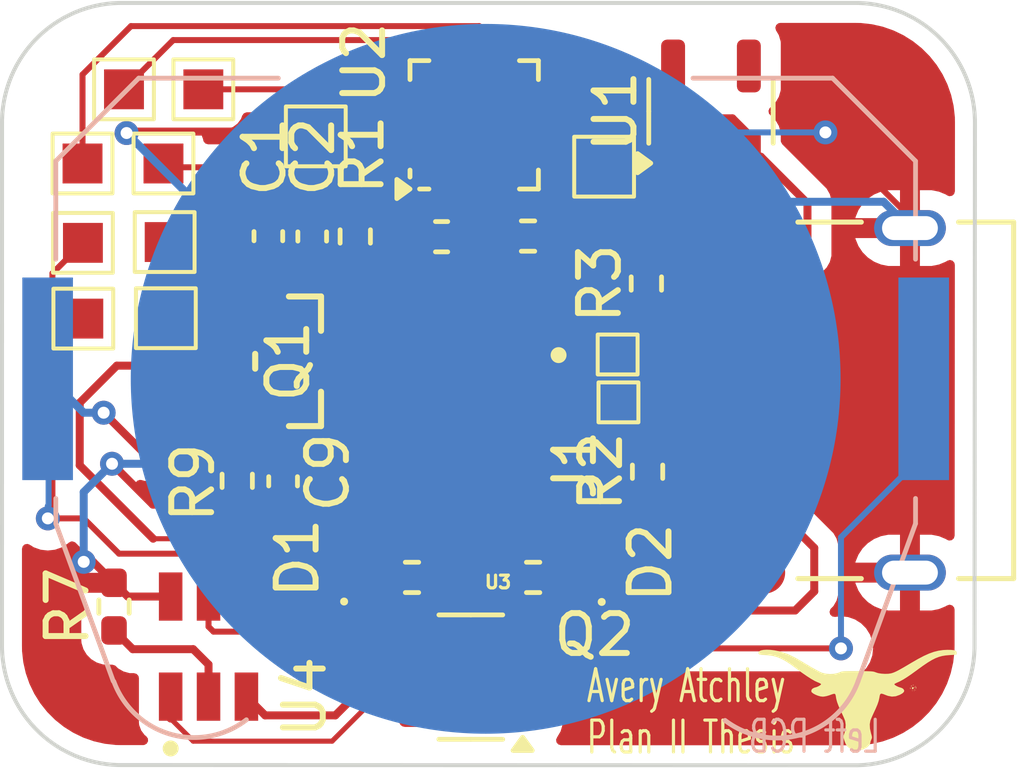
<source format=kicad_pcb>
(kicad_pcb (version 20240108) (generator "pcbnew") (generator_version "8.0")
  (layers (0 "F.Cu" signal) (31 "B.Cu" signal) (34 "B.Paste" user) (35 "F.Paste" user) (36 "B.SilkS" user "B.Silkscreen") (37 "F.SilkS" user "F.Silkscreen") (38 "B.Mask" user) (39 "F.Mask" user) (44 "Edge.Cuts" user))
  (net 0 "")
  (net 1 "B-")
  (net 2 "Net-(U2-GAIN_SLOT)")
  (net 3 "B+")
  (net 4 "VBUS")
  (net 5 "VDD_ESP")
  (net 6 "Net-(J1-CC1_B)")
  (net 7 "D-")
  (net 8 "D+")
  (net 11 "Net-(J1-CC1_A)")
  (net 12 "CLK1")
  (net 13 "SEL1")
  (net 14 "MIC_DATA1")
  (net 15 "Net-(Q1-D)")
  (net 16 "/G1")
  (net 17 "/G2")
  (net 18 "Net-(D2-K)")
  (net 19 "Net-(U3-~{CHRG})")
  (net 20 "Net-(U3-~{STDBY})")
  (net 21 "Net-(D1-K)")
  (net 22 "Net-(U3-PROG)")
  (net 23 "Net-(U4-CS)")
  (net 24 "SPK_P1")
  (net 25 "SPK_N1")
  (net 27 "SPK_DATA1")
  (footprint "MountingHole:Mounting_Pad_Square" (layer "F.Cu") (at 104.9 30.12)
    (property "Reference" "TP30" (hide yes))
    (property "Value" "TestPoint" (hide yes))
    (pad "1" smd rect (at 0 0) (size 1 1) (layers "F.Cu" "F.Mask") (net 5 "VDD_ESP"))
  )
  (footprint "Capacitor_SMD:C_0402_1005Metric_Pad0.74x0.62mm_HandSolder" (layer "F.Cu") (at 96.85 38.01 -90)
    (property "Reference" "C9" (at -0.2225 -1.12 90) (layer "F.SilkS"))
    (property "Value" "100nF" (hide yes))
    (pad "1" smd roundrect (at -0.5675 0 270) (size 0.735 0.62) (layers "F.Cu" "F.Paste" "F.Mask") (net 3 "B+"))
    (pad "2" smd roundrect (at 0.5675 0 270) (size 0.735 0.62) (layers "F.Cu" "F.Paste" "F.Mask") (net 1 "B-"))
  )
  (footprint "MountingHole:Mounting_Pad_Square" (layer "F.Cu") (at 93.85 30.04)
    (property "Reference" "TP11" (hide yes))
    (property "Value" "TestPoint" (hide yes))
    (pad "1" smd rect (at 0 0) (size 1 1) (layers "F.Cu" "F.Mask") (net 12 "CLK1"))
  )
  (footprint "Resistor_SMD:R_0402_1005Metric_Pad0.72x0.64mm_HandSolder" (layer "F.Cu") (at 95.7 37.9975 -90)
    (property "Reference" "R9" (at 0.0475 1.11 90) (layer "F.SilkS"))
    (property "Value" "100" (hide yes))
    (pad "1" smd roundrect (at -0.5975 0 270) (size 0.715 0.64) (layers "F.Cu" "F.Paste" "F.Mask") (net 3 "B+"))
    (pad "2" smd roundrect (at 0.5975 0 270) (size 0.715 0.64) (layers "F.Cu" "F.Paste" "F.Mask") (net 1 "B-"))
  )
  (footprint "MountingHole:Mounting_Pad_Square" (layer "F.Cu") (at 94.85 28.18)
    (property "Reference" "TP10" (hide yes))
    (property "Value" "TestPoint" (hide yes))
    (pad "1" smd rect (at 0 0) (size 1 1) (layers "F.Cu" "F.Mask") (net 13 "SEL1"))
  )
  (footprint "MountingHole:Mounting_Pad_Square" (layer "F.Cu") (at 91.82 30.04)
    (property "Reference" "TP1" (hide yes))
    (property "Value" "TestPoint" (hide yes))
    (pad "1" smd rect (at 0 0) (size 1 1) (layers "F.Cu" "F.Mask") (net 24 "SPK_P1"))
  )
  (footprint "Resistor_SMD:R_0402_1005Metric_Pad0.72x0.64mm_HandSolder" (layer "F.Cu") (at 102.9925 31.86 180)
    (property "Reference" "R6" (hide yes))
    (property "Value" "2k" (hide yes))
    (pad "1" smd roundrect (at -0.5975 0 180) (size 0.715 0.64) (layers "F.Cu" "F.Paste" "F.Mask") (net 1 "B-"))
    (pad "2" smd roundrect (at 0.5975 0 180) (size 0.715 0.64) (layers "F.Cu" "F.Paste" "F.Mask") (net 22 "Net-(U3-PROG)"))
  )
  (footprint "MountingHole:Mounting_Pad_Square" (layer "F.Cu") (at 97.67 29.36)
    (property "Reference" "TP25" (hide yes))
    (property "Value" "TestPoint" (hide yes))
    (pad "1" smd rect (at 0 0) (size 1 1) (layers "F.Cu" "F.Mask") (net 1 "B-"))
  )
  (footprint "MountingHole:Mounting_Pad_Square" (layer "F.Cu") (at 92.86 28.18)
    (property "Reference" "TP2" (hide yes))
    (property "Value" "TestPoint" (hide yes))
    (pad "1" smd rect (at 0 0) (size 1 1) (layers "F.Cu" "F.Mask") (net 25 "SPK_N1"))
  )
  (footprint "Package_TO_SOT_SMD:SOT-23-6" (layer "F.Cu") (at 101.5575 42.92 180)
    (property "Reference" "Q2" (at -3.1025 1.06 0) (layer "F.SilkS"))
    (property "Value" "FS8205A" (hide yes))
    (pad "1" smd roundrect (at -1.1375 -0.95 180) (size 1.325 0.6) (layers "F.Cu" "F.Paste" "F.Mask"))
    (pad "2" smd roundrect (at -1.1375 0 180) (size 1.325 0.6) (layers "F.Cu" "F.Paste" "F.Mask") (net 1 "B-"))
    (pad "3" smd roundrect (at -1.1375 0.95 180) (size 1.325 0.6) (layers "F.Cu" "F.Paste" "F.Mask") (net 1 "B-"))
    (pad "4" smd roundrect (at 1.1375 0.95 180) (size 1.325 0.6) (layers "F.Cu" "F.Paste" "F.Mask") (net 17 "/G2"))
    (pad "5" smd roundrect (at 1.1375 0 180) (size 1.325 0.6) (layers "F.Cu" "F.Paste" "F.Mask") (net 16 "/G1"))
    (pad "6" smd roundrect (at 1.1375 -0.95 180) (size 1.325 0.6) (layers "F.Cu" "F.Paste" "F.Mask") (net 1 "B-"))
  )
  (footprint "DW01A:SOT95P280X145-6N" (layer "F.Cu") (at 94.98 42.155 90)
    (property "Reference" "U4" (at -1.265 2.41 90) (layer "F.SilkS"))
    (property "Value" "DW01A" (hide yes))
    (pad "1" smd rect (at -1.255 -0.95 90) (size 1.21 0.59) (layers "F.Cu" "F.Paste" "F.Mask") (net 16 "/G1"))
    (pad "2" smd rect (at -1.255 0 90) (size 1.21 0.59) (layers "F.Cu" "F.Paste" "F.Mask") (net 23 "Net-(U4-CS)"))
    (pad "3" smd rect (at -1.255 0.95 90) (size 1.21 0.59) (layers "F.Cu" "F.Paste" "F.Mask") (net 17 "/G2"))
    (pad "4" smd rect (at 1.255 0.95 90) (size 1.21 0.59) (layers "F.Cu" "F.Paste" "F.Mask"))
    (pad "5" smd rect (at 1.255 0 90) (size 1.21 0.59) (layers "F.Cu" "F.Paste" "F.Mask") (net 3 "B+"))
    (pad "6" smd rect (at 1.255 -0.95 90) (size 1.21 0.59) (layers "F.Cu" "F.Paste" "F.Mask") (net 1 "B-"))
  )
  (footprint "LOGO" (layer "F.Cu") (at 111.26 43.49)
    (property "Reference" "G***" (hide yes))
    (property "Value" "LOGO" (hide yes))
  )
  (footprint "MountingHole:Mounting_Pad_Square" (layer "F.Cu") (at 93.88 32.01)
    (property "Reference" "TP12" (hide yes))
    (property "Value" "TestPoint" (hide yes))
    (pad "1" smd rect (at 0 0) (size 1 1) (layers "F.Cu" "F.Mask") (net 27 "SPK_DATA1"))
  )
  (footprint "MountingHole:Mounting_Pad_Square" (layer "F.Cu") (at 105.24 34.83 90)
    (property "Reference" "TP29" (hide yes))
    (property "Value" "TestPoint" (hide yes))
    (pad "1" smd rect (at 0 0 90) (size 0.75 0.75) (layers "F.Cu" "F.Mask") (net 8 "D+"))
  )
  (footprint "TP4056 (1):SO08-PAD-300" (layer "F.Cu") (at 101.655 36.1362 180)
    (property "Reference" "U3" (at -0.584 -4.4032 0) (layer "F.SilkS") (effects (font (size 0.32 0.32))))
    (property "Value" "TP4056")
    (pad "1" smd rect (at -1.905 2.6162 180) (size 0.6 1.8) (layers "F.Cu" "F.Paste" "F.Mask") (net 1 "B-"))
    (pad "2" smd rect (at -0.635 2.6162 180) (size 0.6 1.8) (layers "F.Cu" "F.Paste" "F.Mask") (net 22 "Net-(U3-PROG)"))
    (pad "3" smd rect (at 0.635 2.6162 180) (size 0.6 1.8) (layers "F.Cu" "F.Paste" "F.Mask") (net 1 "B-"))
    (pad "4" smd rect (at 1.905 2.6162 180) (size 0.6 1.8) (layers "F.Cu" "F.Paste" "F.Mask") (net 4 "VBUS"))
    (pad "5" smd rect (at 1.905 -2.6162 180) (size 0.6 1.8) (layers "F.Cu" "F.Paste" "F.Mask") (net 3 "B+"))
    (pad "6" smd rect (at 0.635 -2.6162 180) (size 0.6 1.8) (layers "F.Cu" "F.Paste" "F.Mask") (net 20 "Net-(U3-~{STDBY})"))
    (pad "7" smd rect (at -0.635 -2.6162 180) (size 0.6 1.8) (layers "F.Cu" "F.Paste" "F.Mask") (net 19 "Net-(U3-~{CHRG})"))
    (pad "8" smd rect (at -1.905 -2.6162 180) (size 0.6 1.8) (layers "F.Cu" "F.Paste" "F.Mask") (net 4 "VBUS"))
    (pad "PAD" smd rect (at 0 0 180) (size 3.4 2.5) (layers "F.Cu" "F.Mask") (net 1 "B-"))
  )
  (footprint "Resistor_SMD:R_0402_1005Metric_Pad0.72x0.64mm_HandSolder" (layer "F.Cu") (at 100.0825 40.42)
    (property "Reference" "R5" (hide yes))
    (property "Value" "1k" (hide yes))
    (pad "1" smd roundrect (at -0.5975 0) (size 0.715 0.64) (layers "F.Cu" "F.Paste" "F.Mask") (net 21 "Net-(D1-K)"))
    (pad "2" smd roundrect (at 0.5975 0) (size 0.715 0.64) (layers "F.Cu" "F.Paste" "F.Mask") (net 20 "Net-(U3-~{STDBY})"))
  )
  (footprint "Package_DFN_QFN:TQFN-16-1EP_3x3mm_P0.5mm_EP1.23x1.23mm" (layer "F.Cu") (at 101.6425 29.07 90)
    (property "Reference" "U2" (at 1.5587 -2.765 90) (layer "F.SilkS"))
    (property "Value" "MAX98357A" (hide yes))
    (pad "1" smd roundrect (at -1.4375 -0.75 90) (size 0.825 0.25) (layers "F.Cu" "F.Paste" "F.Mask") (net 27 "SPK_DATA1"))
    (pad "2" smd roundrect (at -1.4375 -0.25 90) (size 0.825 0.25) (layers "F.Cu" "F.Paste" "F.Mask") (net 2 "Net-(U2-GAIN_SLOT)"))
    (pad "3" smd roundrect (at -1.4375 0.25 90) (size 0.825 0.25) (layers "F.Cu" "F.Paste" "F.Mask") (net 1 "B-"))
    (pad "4" smd roundrect (at -1.4375 0.75 90) (size 0.825 0.25) (layers "F.Cu" "F.Paste" "F.Mask") (net 5 "VDD_ESP"))
    (pad "5" smd roundrect (at -0.75 1.4375 90) (size 0.25 0.825) (layers "F.Cu" "F.Paste" "F.Mask"))
    (pad "6" smd roundrect (at -0.25 1.4375 90) (size 0.25 0.825) (layers "F.Cu" "F.Paste" "F.Mask"))
    (pad "7" smd roundrect (at 0.25 1.4375 90) (size 0.25 0.825) (layers "F.Cu" "F.Paste" "F.Mask") (net 5 "VDD_ESP"))
    (pad "8" smd roundrect (at 0.75 1.4375 90) (size 0.25 0.825) (layers "F.Cu" "F.Paste" "F.Mask") (net 5 "VDD_ESP"))
    (pad "9" smd roundrect (at 1.4375 0.75 90) (size 0.825 0.25) (layers "F.Cu" "F.Paste" "F.Mask") (net 24 "SPK_P1"))
    (pad "10" smd roundrect (at 1.4375 0.25 90) (size 0.825 0.25) (layers "F.Cu" "F.Paste" "F.Mask") (net 25 "SPK_N1"))
    (pad "11" smd roundrect (at 1.4375 -0.25 90) (size 0.825 0.25) (layers "F.Cu" "F.Paste" "F.Mask") (net 1 "B-"))
    (pad "12" smd roundrect (at 1.4375 -0.75 90) (size 0.825 0.25) (layers "F.Cu" "F.Paste" "F.Mask"))
    (pad "13" smd roundrect (at 0.75 -1.4375 90) (size 0.25 0.825) (layers "F.Cu" "F.Paste" "F.Mask"))
    (pad "14" smd roundrect (at 0.25 -1.4375 90) (size 0.25 0.825) (layers "F.Cu" "F.Paste" "F.Mask") (net 13 "SEL1"))
    (pad "15" smd roundrect (at -0.25 -1.4375 90) (size 0.25 0.825) (layers "F.Cu" "F.Paste" "F.Mask") (net 1 "B-"))
    (pad "16" smd roundrect (at -0.75 -1.4375 90) (size 0.25 0.825) (layers "F.Cu" "F.Paste" "F.Mask") (net 12 "CLK1"))
    (pad "17" smd rect (at 0 0 90) (size 1.23 1.23) (property pad_prop_heatsink) (layers "F.Cu" "F.Mask") (net 1 "B-"))
  )
  (footprint "Package_TO_SOT_SMD:SOT-23-5" (layer "F.Cu") (at 107.58 28.7325 90)
    (property "Reference" "U1" (at 0 -2.4 90) (layer "F.SilkS"))
    (property "Value" "AP2112K-3.3" (hide yes))
    (pad "1" smd roundrect (at -1.1375 -0.95 90) (size 1.325 0.6) (layers "F.Cu" "F.Paste" "F.Mask") (net 4 "VBUS"))
    (pad "2" smd roundrect (at -1.1375 0 90) (size 1.325 0.6) (layers "F.Cu" "F.Paste" "F.Mask") (net 1 "B-"))
    (pad "3" smd roundrect (at -1.1375 0.95 90) (size 1.325 0.6) (layers "F.Cu" "F.Paste" "F.Mask") (net 4 "VBUS"))
    (pad "4" smd roundrect (at 1.1375 0.95 90) (size 1.325 0.6) (layers "F.Cu" "F.Paste" "F.Mask"))
    (pad "5" smd roundrect (at 1.1375 -0.95 90) (size 1.325 0.6) (layers "F.Cu" "F.Paste" "F.Mask") (net 5 "VDD_ESP"))
  )
  (footprint "Resistor_SMD:R_0402_1005Metric_Pad0.72x0.64mm_HandSolder" (layer "F.Cu") (at 105.96 33.05 90)
    (property "Reference" "R3" (at 0 -1.17 90) (layer "F.SilkS"))
    (property "Value" "5.1k" (hide yes))
    (pad "1" smd roundrect (at -0.5975 0 90) (size 0.715 0.64) (layers "F.Cu" "F.Paste" "F.Mask") (net 6 "Net-(J1-CC1_B)"))
    (pad "2" smd roundrect (at 0.5975 0 90) (size 0.715 0.64) (layers "F.Cu" "F.Paste" "F.Mask") (net 1 "B-"))
  )
  (footprint "Resistor_SMD:R_0402_1005Metric_Pad0.72x0.64mm_HandSolder" (layer "F.Cu") (at 98.66 31.87 90)
    (property "Reference" "R1" (at 2.05 0.18 90) (layer "F.SilkS"))
    (property "Value" "100k" (hide yes))
    (pad "1" smd roundrect (at -0.5975 0 90) (size 0.715 0.64) (layers "F.Cu" "F.Paste" "F.Mask") (net 4 "VBUS"))
    (pad "2" smd roundrect (at 0.5975 0 90) (size 0.715 0.64) (layers "F.Cu" "F.Paste" "F.Mask") (net 1 "B-"))
  )
  (footprint "Resistor_SMD:R_0402_1005Metric_Pad0.72x0.64mm_HandSolder" (layer "F.Cu") (at 103.12 40.42 180)
    (property "Reference" "R4" (hide yes))
    (property "Value" "1k" (hide yes))
    (pad "1" smd roundrect (at -0.5975 0 180) (size 0.715 0.64) (layers "F.Cu" "F.Paste" "F.Mask") (net 18 "Net-(D2-K)"))
    (pad "2" smd roundrect (at 0.5975 0 180) (size 0.715 0.64) (layers "F.Cu" "F.Paste" "F.Mask") (net 19 "Net-(U3-~{CHRG})"))
  )
  (footprint "12402012E212A:AMPHENOL_12402012E212A" (layer "F.Cu") (at 112.57 35.98 90)
    (property "Reference" "J1" (at -1.62 -8.405 90) (layer "F.SilkS"))
    (property "Value" "12402012E212A" (hide yes))
    (pad "A1_B12" smd rect (at -3.2 -4.75 90) (size 0.6 1.14) (layers "F.Cu" "F.Paste" "F.Mask") (net 1 "B-"))
    (pad "A4_B9" smd rect (at -2.4 -4.75 90) (size 0.6 1.14) (layers "F.Cu" "F.Paste" "F.Mask") (net 4 "VBUS"))
    (pad "A5" smd rect (at -1.25 -4.75 90) (size 0.3 1.14) (layers "F.Cu" "F.Paste" "F.Mask") (net 11 "Net-(J1-CC1_A)"))
    (pad "A6" smd rect (at -0.25 -4.75 90) (size 0.3 1.14) (layers "F.Cu" "F.Paste" "F.Mask") (net 8 "D+"))
    (pad "A7" smd rect (at 0.25 -4.75 90) (size 0.3 1.14) (layers "F.Cu" "F.Paste" "F.Mask") (net 7 "D-"))
    (pad "A8" smd rect (at 1.25 -4.75 90) (size 0.3 1.14) (layers "F.Cu" "F.Paste" "F.Mask"))
    (pad "B1_A12" smd rect (at 3.2 -4.75 90) (size 0.6 1.14) (layers "F.Cu" "F.Paste" "F.Mask") (net 1 "B-"))
    (pad "B4_A9" smd rect (at 2.4 -4.75 90) (size 0.6 1.14) (layers "F.Cu" "F.Paste" "F.Mask") (net 4 "VBUS"))
    (pad "B5" smd rect (at 1.75 -4.75 90) (size 0.3 1.14) (layers "F.Cu" "F.Paste" "F.Mask") (net 6 "Net-(J1-CC1_B)"))
    (pad "B6" smd rect (at 0.75 -4.75 90) (size 0.3 1.14) (layers "F.Cu" "F.Paste" "F.Mask") (net 8 "D+"))
    (pad "B7" smd rect (at -0.75 -4.75 90) (size 0.3 1.14) (layers "F.Cu" "F.Paste" "F.Mask") (net 7 "D-"))
    (pad "B8" smd rect (at -1.75 -4.75 90) (size 0.3 1.14) (layers "F.Cu" "F.Paste" "F.Mask"))
    (pad "SH1" smd oval (at -4.32 -4.18 90) (size 1.05 2.1) (layers "F.Cu" "F.Paste" "F.Mask") (net 1 "B-"))
    (pad "SH2" smd oval (at 4.32 -4.18 90) (size 1.05 2.1) (layers "F.Cu" "F.Paste" "F.Mask") (net 1 "B-"))
    (pad "SH3" thru_hole oval (at -4.32 0 90) (size 0.9 1.8) (drill oval 0.6 1.4) (layers "*.Cu" "*.Mask") (net 1 "B-"))
    (pad "SH4" thru_hole oval (at 4.32 0 90) (size 0.9 1.8) (drill oval 0.6 1.4) (layers "*.Cu" "*.Mask") (net 1 "B-"))
  )
  (footprint "MountingHole:Mounting_Pad_Square" (layer "F.Cu") (at 91.84 33.93)
    (property "Reference" "TP14" (hide yes))
    (property "Value" "TestPoint" (hide yes))
    (pad "1" smd rect (at 0 0) (size 1 1) (layers "F.Cu" "F.Mask") (net 14 "MIC_DATA1"))
  )
  (footprint "MountingHole:Mounting_Pad_Square" (layer "F.Cu") (at 91.83 32.03)
    (property "Reference" "TP27" (hide yes))
    (property "Value" "TestPoint" (hide yes))
    (pad "1" smd rect (at 0 0) (size 1 1) (layers "F.Cu" "F.Mask") (net 3 "B+"))
  )
  (footprint "Capacitor_SMD:C_0402_1005Metric_Pad0.74x0.62mm_HandSolder" (layer "F.Cu") (at 96.48 31.8625 90)
    (property "Reference" "C1" (at 1.9925 -0.1 90) (layer "F.SilkS"))
    (property "Value" "4.7uF" (hide yes))
    (pad "1" smd roundrect (at -0.5675 0 90) (size 0.735 0.62) (layers "F.Cu" "F.Paste" "F.Mask") (net 4 "VBUS"))
    (pad "2" smd roundrect (at 0.5675 0 90) (size 0.735 0.62) (layers "F.Cu" "F.Paste" "F.Mask") (net 1 "B-"))
  )
  (footprint "MountingHole:Mounting_Pad_Square" (layer "F.Cu") (at 105.26 36.03 90)
    (property "Reference" "TP28" (hide yes))
    (property "Value" "TestPoint" (hide yes))
    (pad "1" smd rect (at 0 0 90) (size 0.75 0.75) (layers "F.Cu" "F.Mask") (net 7 "D-"))
  )
  (footprint "Capacitor_SMD:C_0402_1005Metric_Pad0.74x0.62mm_HandSolder" (layer "F.Cu") (at 97.58 31.87 90)
    (property "Reference" "C2" (at 2 0.02 90) (layer "F.SilkS"))
    (property "Value" "10uF" (hide yes))
    (pad "1" smd roundrect (at -0.5675 0 90) (size 0.735 0.62) (layers "F.Cu" "F.Paste" "F.Mask") (net 4 "VBUS"))
    (pad "2" smd roundrect (at 0.5675 0 90) (size 0.735 0.62) (layers "F.Cu" "F.Paste" "F.Mask") (net 1 "B-"))
  )
  (footprint "LED_SMD:LED_0402_1005Metric" (layer "F.Cu") (at 98.38 39.935 90)
    (property "Reference" "D1" (at 0 -1.17 90) (layer "F.SilkS"))
    (property "Value" "GREEN_LED" (hide yes))
    (pad "1" smd roundrect (at -0.485 0 90) (size 0.59 0.64) (layers "F.Cu" "F.Paste" "F.Mask") (net 21 "Net-(D1-K)"))
    (pad "2" smd roundrect (at 0.485 0 90) (size 0.59 0.64) (layers "F.Cu" "F.Paste" "F.Mask") (net 4 "VBUS"))
  )
  (footprint "Resistor_SMD:R_0402_1005Metric_Pad0.72x0.64mm_HandSolder" (layer "F.Cu") (at 105.99 37.77 90)
    (property "Reference" "R2" (at 0 -1.17 90) (layer "F.SilkS"))
    (property "Value" "5.1k" (hide yes))
    (pad "1" smd roundrect (at -0.5975 0 90) (size 0.715 0.64) (layers "F.Cu" "F.Paste" "F.Mask") (net 1 "B-"))
    (pad "2" smd roundrect (at 0.5975 0 90) (size 0.715 0.64) (layers "F.Cu" "F.Paste" "F.Mask") (net 11 "Net-(J1-CC1_A)"))
  )
  (footprint "Resistor_SMD:R_0402_1005Metric" (layer "F.Cu") (at 100.825 31.8762 180)
    (property "Reference" "R10" (hide yes))
    (property "Value" "100k" (hide yes))
    (pad "1" smd roundrect (at -0.51 0 180) (size 0.54 0.64) (layers "F.Cu" "F.Paste" "F.Mask") (net 2 "Net-(U2-GAIN_SLOT)"))
    (pad "2" smd roundrect (at 0.51 0 180) (size 0.54 0.64) (layers "F.Cu" "F.Paste" "F.Mask") (net 1 "B-"))
  )
  (footprint "LED_SMD:LED_0402_1005Metric" (layer "F.Cu") (at 104.84 39.945 90)
    (property "Reference" "D2" (at -0.105 1.22 90) (layer "F.SilkS"))
    (property "Value" "RED_LED" (hide yes))
    (pad "1" smd roundrect (at -0.485 0 90) (size 0.59 0.64) (layers "F.Cu" "F.Paste" "F.Mask") (net 18 "Net-(D2-K)"))
    (pad "2" smd roundrect (at 0.485 0 90) (size 0.59 0.64) (layers "F.Cu" "F.Paste" "F.Mask") (net 4 "VBUS"))
  )
  (footprint "footprints:DMP3099L-7" (layer "F.Cu") (at 96.9755 35 -90)
    (property "Reference" "Q1" (at 0 0 90) (layer "F.SilkS"))
    (property "Value" "PMOS" (hide yes))
    (pad "1" smd rect (at -0.950001 1.0055 270) (size 0.8636 1.6002) (layers "F.Cu" "F.Paste" "F.Mask") (net 15 "Net-(Q1-D)"))
    (pad "2" smd rect (at 0.950001 1.0055 270) (size 0.8636 1.6002) (layers "F.Cu" "F.Paste" "F.Mask") (net 4 "VBUS"))
    (pad "3" smd rect (at 0 -1.0055 270) (size 0.8636 1.6002) (layers "F.Cu" "F.Paste" "F.Mask") (net 4 "VBUS"))
  )
  (footprint "MountingHole:Mounting_Pad_Square" (layer "F.Cu") (at 93.91 33.92)
    (property "Reference" "TP31" (hide yes))
    (property "Value" "TestPoint" (hide yes))
    (pad "1" smd rect (at 0 0) (size 1 1) (layers "F.Cu" "F.Mask") (net 15 "Net-(Q1-D)"))
  )
  (footprint "Resistor_SMD:R_0402_1005Metric_Pad0.72x0.64mm_HandSolder" (layer "F.Cu") (at 92.61 41.1525 90)
    (property "Reference" "R7" (at 0 -1.17 90) (layer "F.SilkS"))
    (property "Value" "1k" (hide yes))
    (pad "1" smd roundrect (at -0.5975 0 90) (size 0.715 0.64) (layers "F.Cu" "F.Paste" "F.Mask") (net 23 "Net-(U4-CS)"))
    (pad "2" smd roundrect (at 0.5975 0 90) (size 0.715 0.64) (layers "F.Cu" "F.Paste" "F.Mask") (net 1 "B-"))
  )
  (footprint "Battery:BatteryHolder_Keystone_3034_1x20mm_CustomCourtyard" (layer "B.Cu") (at 101.93 35.44 180)
    (property "Reference" "BT2" (hide yes))
    (property "Value" "Battery_Cell" (hide yes))
    (pad "1" smd rect (at -10.985 0 180) (size 1.27 5.08) (layers "B.Cu" "B.Paste" "B.Mask") (net 3 "B+"))
    (pad "1" smd rect (at 10.985 0 180) (size 1.27 5.08) (layers "B.Cu" "B.Paste" "B.Mask") (net 3 "B+"))
    (pad "2" smd circle (at 0 0 180) (size 17.8 17.8) (layers "B.Cu" "B.Mask") (net 1 "B-"))
  )
  (gr_poly (pts (arc (start 92.793966 45.125883) (mid 90.677357 44.249154) (end 89.800628 42.132545)) (arc (start 89.801948 29.013865) (mid 90.680628 26.892545) (end 92.801948 26.013865)) (arc (start 111.199308 26.013865) (mid 113.320628 26.892545) (end 114.199308 29.013865)) (arc (start 114.189308 42.131225) (mid 113.310628 44.252545) (end 111.189308 45.131225))) (stroke (width 0.1)) (fill none) (layer "Edge.Cuts"))
  (gr_text "Left PCB\n" (at 111.87 44.88 0) (layer "B.SilkS") (effects (font (size 0.8 0.5) (thickness 0.08)) (justify left bottom mirror)))
  (gr_text "Avery Atchley\nPlan II Thesis" (at 104.42 44.9 0) (layer "F.SilkS") (effects (font (size 0.8 0.5) (thickness 0.08)) (justify left bottom)))
  (segment (start 108.39 40.3) (end 108.39 39.75) (width 0.15) (layer "F.Cu") (net 1))
  (segment (start 106.8025 39.18) (end 105.99 38.3675) (width 0.15) (layer "F.Cu") (net 1))
  (segment (start 112.57 31.38) (end 110.45 29.26) (width 0.15) (layer "F.Cu") (net 1))
  (segment (start 107.58 30.85) (end 108.39 31.66) (width 0.15) (layer "F.Cu") (net 1))
  (segment (start 104.1825 32.4525) (end 103.59 31.86) (width 0.2) (layer "F.Cu") (net 1))
  (segment (start 91.85 40.03) (end 92.085 40.03) (width 0.2) (layer "F.Cu") (net 1))
  (segment (start 95.7 38.595) (end 93.585 38.595) (width 0.2) (layer "F.Cu") (net 1))
  (segment (start 101.02 33.52) (end 101.02 35.5012) (width 0.2) (layer "F.Cu") (net 1))
  (segment (start 101.6425 29.07) (end 101.3925 28.82) (width 0.2) (layer "F.Cu") (net 1))
  (segment (start 99.7338 31.295) (end 96.48 31.295) (width 0.2) (layer "F.Cu") (net 1))
  (segment (start 99.778114 29.32) (end 99.738114 29.36) (width 0.2) (layer "F.Cu") (net 1))
  (segment (start 111.31 43.22) (end 112.57 41.96) (width 0.2) (layer "F.Cu") (net 1))
  (segment (start 101.427304 43.87) (end 102.377304 42.92) (width 0.15) (layer "F.Cu") (net 1))
  (segment (start 103.56 34.2312) (end 101.655 36.1362) (width 0.2) (layer "F.Cu") (net 1))
  (segment (start 95.7175 38.5775) (end 95.7 38.595) (width 0.2) (layer "F.Cu") (net 1))
  (segment (start 108.39 31.66) (end 108.39 32.21) (width 0.15) (layer "F.Cu") (net 1))
  (segment (start 103.56 33.52) (end 103.56 31.89) (width 0.2) (layer "F.Cu") (net 1))
  (segment (start 104.1825 32.4525) (end 103.56 33.075) (width 0.2) (layer "F.Cu") (net 1))
  (segment (start 108.39 39.75) (end 107.82 39.18) (width 0.15) (layer "F.Cu") (net 1))
  (segment (start 92.955 40.9) (end 92.61 40.555) (width 0.2) (layer "F.Cu") (net 1))
  (segment (start 96.85 38.5775) (end 95.7175 38.5775) (width 0.2) (layer "F.Cu") (net 1))
  (segment (start 101.3925 28.82) (end 101.3925 27.6325) (width 0.2) (layer "F.Cu") (net 1))
  (segment (start 112.82 31.62) (end 112.08 31.62) (width 0.2) (layer "F.Cu") (net 1))
  (segment (start 100.315 31.8762) (end 101.02 32.5812) (width 0.2) (layer "F.Cu") (net 1))
  (segment (start 100.205 29.32) (end 99.778114 29.32) (width 0.2) (layer "F.Cu") (net 1))
  (segment (start 102.377304 42.92) (end 102.695 42.92) (width 0.15) (layer "F.Cu") (net 1))
  (segment (start 102.346948 42.76) (end 102.7 42.76) (width 0.2) (layer "F.Cu") (net 1))
  (segment (start 102.198114 31.24) (end 101.8925 30.934386) (width 0.2) (layer "F.Cu") (net 1))
  (segment (start 102.695 42.92) (end 102.695 41.97) (width 0.15) (layer "F.Cu") (net 1))
  (segment (start 99.738114 29.36) (end 97.67 29.36) (width 0.2) (layer "F.Cu") (net 1))
  (segment (start 106.2875 32.78) (end 107.82 32.78) (width 0.2) (layer "F.Cu") (net 1))
  (segment (start 101.8925 29.32) (end 101.6425 29.07) (width 0.2) (layer "F.Cu") (net 1))
  (segment (start 105.96 32.4525) (end 104.1825 32.4525) (width 0.2) (layer "F.Cu") (net 1))
  (segment (start 102.346948 41.81) (end 102.7 41.81) (width 0.2) (layer "F.Cu") (net 1))
  (segment (start 97.67 29.36) (end 97.55 29.24) (width 0.2) (layer "F.Cu") (net 1))
  (segment (start 100.42 43.87) (end 101.427304 43.87) (width 0.15) (layer "F.Cu") (net 1))
  (segment (start 102.97 31.24) (end 102.198114 31.24) (width 0.2) (layer "F.Cu") (net 1))
  (segment (start 101.02 35.5012) (end 101.655 36.1362) (width 0.2) (layer "F.Cu") (net 1))
  (segment (start 112.57 40.3) (end 112.57 31.66) (width 0.15) (layer "F.Cu") (net 1))
  (segment (start 103.7587 36.1362) (end 105.99 38.3675) (width 0.2) (layer "F.Cu") (net 1))
  (segment (start 100.205 29.32) (end 101.3925 29.32) (width 0.2) (layer "F.Cu") (net 1))
  (segment (start 103.56 33.52) (end 103.56 34.2312) (width 0.2) (layer "F.Cu") (net 1))
  (segment (start 101.655 36.1362) (end 103.7587 36.1362) (width 0.2) (layer "F.Cu") (net 1))
  (segment (start 92.961388 29.24) (end 92.925356 29.276032) (width 0.2) (layer "F.Cu") (net 1))
  (segment (start 101.02 32.5812) (end 101.02 33.52) (width 0.2) (layer "F.Cu") (net 1))
  (segment (start 97.55 29.24) (end 92.961388 29.24) (width 0.2) (layer "F.Cu") (net 1))
  (segment (start 100.315 31.8762) (end 99.7338 31.295) (width 0.2) (layer "F.Cu") (net 1))
  (segment (start 112.57 41.96) (end 112.57 40.3) (width 0.2) (layer "F.Cu") (net 1))
  (segment (start 107.82 39.18) (end 106.8025 39.18) (width 0.15) (layer "F.Cu") (net 1))
  (segment (start 101.3925 29.32) (end 101.6425 29.07) (width 0.2) (layer "F.Cu") (net 1))
  (segment (start 105.17 43.22) (end 111.31 43.22) (width 0.2) (layer "F.Cu") (net 1))
  (segment (start 103.56 33.075) (end 103.56 33.52) (width 0.2) (layer "F.Cu") (net 1))
  (segment (start 103.56 31.89) (end 103.59 31.86) (width 0.2) (layer "F.Cu") (net 1))
  (segment (start 104.87 42.92) (end 102.695 42.92) (width 0.2) (layer "F.Cu") (net 1))
  (segment (start 103.59 31.86) (end 102.97 31.24) (width 0.2) (layer "F.Cu") (net 1))
  (segment (start 108.39 32.21) (end 107.82 32.78) (width 0.15) (layer "F.Cu") (net 1))
  (segment (start 94.03 40.9) (end 92.955 40.9) (width 0.2) (layer "F.Cu") (net 1))
  (segment (start 105.17 43.22) (end 104.87 42.92) (width 0.2) (layer "F.Cu") (net 1))
  (segment (start 92.085 40.03) (end 92.61 40.555) (width 0.2) (layer "F.Cu") (net 1))
  (segment (start 101.8925 30.5075) (end 101.8925 29.32) (width 0.2) (layer "F.Cu") (net 1))
  (segment (start 112.57 31.66) (end 112.57 31.38) (width 0.15) (layer "F.Cu") (net 1))
  (segment (start 105.96 32.4525) (end 106.2875 32.78) (width 0.2) (layer "F.Cu") (net 1))
  (segment (start 107.58 29.87) (end 107.58 30.85) (width 0.15) (layer "F.Cu") (net 1))
  (segment (start 101.8925 30.934386) (end 101.8925 30.5075) (width 0.2) (layer "F.Cu") (net 1))
  (segment (start 93.585 38.595) (end 92.56 37.57) (width 0.2) (layer "F.Cu") (net 1))
  (via (at 92.56 37.57) (size 0.6) (drill 0.3) (layers "F.Cu" "B.Cu") (net 1))
  (via (at 91.85 40.03) (size 0.6) (drill 0.3) (layers "F.Cu" "B.Cu") (net 1))
  (via (at 110.45 29.26) (size 0.6) (drill 0.3) (layers "F.Cu" "B.Cu") (net 1))
  (via (at 92.925356 29.276032) (size 0.6) (drill 0.3) (layers "F.Cu" "B.Cu") (net 1))
  (segment (start 111.91 31) (end 112.57 31.66) (width 0.2) (layer "B.Cu") (net 1))
  (segment (start 110.45 29.26) (end 108.11 29.26) (width 0.15) (layer "B.Cu") (net 1))
  (segment (start 101.93 35.44) (end 101.5575 35.8125) (width 0.15) (layer "B.Cu") (net 1))
  (segment (start 99.795 37.57) (end 101.5525 35.8125) (width 0.2) (layer "B.Cu") (net 1))
  (segment (start 92.925356 29.276032) (end 99.089324 35.44) (width 0.2) (layer "B.Cu") (net 1))
  (segment (start 108.11 29.26) (end 101.93 35.44) (width 0.15) (layer "B.Cu") (net 1))
  (segment (start 101.5575 35.8125) (end 101.5525 35.8125) (width 0.15) (layer "B.Cu") (net 1))
  (segment (start 92.56 37.57) (end 91.85 38.28) (width 0.2) (layer "B.Cu") (net 1))
  (segment (start 106.365 31) (end 111.91 31) (width 0.2) (layer "B.Cu") (net 1))
  (segment (start 101.5525 35.8125) (end 106.365 31) (width 0.2) (layer "B.Cu") (net 1))
  (segment (start 92.56 37.57) (end 99.795 37.57) (width 0.2) (layer "B.Cu") (net 1))
  (segment (start 99.089324 35.44) (end 101.93 35.44) (width 0.2) (layer "B.Cu") (net 1))
  (segment (start 91.85 38.28) (end 91.85 40.03) (width 0.2) (layer "B.Cu") (net 1))
  (segment (start 101.3925 30.5075) (end 101.3925 31.8187) (width 0.2) (layer "F.Cu") (net 2))
  (segment (start 101.3925 31.8187) (end 101.335 31.8762) (width 0.2) (layer "F.Cu") (net 2))
  (segment (start 105.7565 41.4065) (end 106.55 42.2) (width 0.127) (layer "F.Cu") (net 3))
  (segment (start 93.46 37.4) (end 92.35 36.29) (width 0.2) (layer "F.Cu") (net 3))
  (segment (start 95.105 41.78) (end 98.045 41.78) (width 0.15) (layer "F.Cu") (net 3))
  (segment (start 98.045 41.78) (end 98.415 41.41) (width 0.127) (layer "F.Cu") (net 3))
  (segment (start 91.83 32.03) (end 91.065 32.795) (width 0.15) (layer "F.Cu") (net 3))
  (segment (start 99.728566 41.41) (end 99.732066 41.4065) (width 0.127) (layer "F.Cu") (net 3))
  (segment (start 95.7 37.4) (end 93.46 37.4) (width 0.2) (layer "F.Cu") (net 3))
  (segment (start 94.98 40.9) (end 94.98 41.655) (width 0.15) (layer "F.Cu") (net 3))
  (segment (start 91.065 38.825) (end 90.95 38.94) (width 0.15) (layer "F.Cu") (net 3))
  (segment (start 98.415 41.41) (end 99.728566 41.41) (width 0.127) (layer "F.Cu") (net 3))
  (segment (start 92.735 39.825) (end 91.85 38.94) (width 0.15) (layer "F.Cu") (net 3))
  (segment (start 106.55 42.2) (end 110.84 42.2) (width 0.15) (layer "F.Cu") (net 3))
  (segment (start 91.065 32.795) (end 91.065 38.825) (width 0.15) (layer "F.Cu") (net 3))
  (segment (start 96.85 37.4425) (end 98.4401 37.4425) (width 0.2) (layer "F.Cu") (net 3))
  (segment (start 94.66 39.825) (end 92.735 39.825) (width 0.15) (layer "F.Cu") (net 3))
  (segment (start 98.4401 37.4425) (end 99.75 38.7524) (width 0.2) (layer "F.Cu") (net 3))
  (segment (start 91.85 38.94) (end 90.95 38.94) (width 0.15) (layer "F.Cu") (net 3))
  (segment (start 99.732066 41.4065) (end 105.7565 41.4065) (width 0.127) (layer "F.Cu") (net 3))
  (segment (start 94.98 40.145) (end 94.66 39.825) (width 0.15) (layer "F.Cu") (net 3))
  (segment (start 96.8075 37.4) (end 96.85 37.4425) (width 0.2) (layer "F.Cu") (net 3))
  (segment (start 94.98 41.655) (end 95.105 41.78) (width 0.15) (layer "F.Cu") (net 3))
  (segment (start 94.98 40.9) (end 94.98 40.145) (width 0.15) (layer "F.Cu") (net 3))
  (segment (start 95.7 37.4) (end 96.8075 37.4) (width 0.2) (layer "F.Cu") (net 3))
  (via (at 92.35 36.29) (size 0.6) (drill 0.3) (layers "F.Cu" "B.Cu") (net 3))
  (via (at 90.95 38.94) (size 0.6) (drill 0.3) (layers "F.Cu" "B.Cu") (net 3))
  (via (at 110.84 42.2) (size 0.6) (drill 0.3) (layers "F.Cu" "B.Cu") (net 3))
  (segment (start 110.84 39.415) (end 112.94 37.315) (width 0.15) (layer "B.Cu") (net 3))
  (segment (start 90.95 38.94) (end 90.95 38.63) (width 0.15) (layer "B.Cu") (net 3))
  (segment (start 112.94 37.315) (end 112.94 35.41) (width 0.15) (layer "B.Cu") (net 3))
  (segment (start 90.95 38.63) (end 90.97 38.61) (width 0.15) (layer "B.Cu") (net 3))
  (segment (start 110.84 42.2) (end 110.84 39.415) (width 0.15) (layer "B.Cu") (net 3))
  (segment (start 90.97 36.03) (end 90.97 35.41) (width 0.2) (layer "B.Cu") (net 3))
  (segment (start 92.35 36.29) (end 91.85 36.29) (width 0.2) (layer "B.Cu") (net 3))
  (segment (start 91.85 36.29) (end 90.97 35.41) (width 0.2) (layer "B.Cu") (net 3))
  (segment (start 90.97 38.61) (end 90.97 35.41) (width 0.15) (layer "B.Cu") (net 3))
  (segment (start 108.7 33.58) (end 107.82 33.58) (width 0.2) (layer "F.Cu") (net 4))
  (segment (start 98.27 35) (end 99.75 33.52) (width 0.2) (layer "F.Cu") (net 4))
  (segment (start 106.63 29.87) (end 106.63 29.207501) (width 0.2) (layer "F.Cu") (net 4))
  (segment (start 110 32.28) (end 108.7 33.58) (width 0.2) (layer "F.Cu") (net 4))
  (segment (start 109.51 37.67) (end 108.8 38.38) (width 0.2) (layer "F.Cu") (net 4))
  (segment (start 95.129999 35.11) (end 95.97 35.950001) (width 0.2) (layer "F.Cu") (net 4))
  (segment (start 108.53 29.87) (end 108.829999 29.87) (width 0.2) (layer "F.Cu") (net 4))
  (segment (start 109.51 37.67) (end 109.51 34.48) (width 0.2) (layer "F.Cu") (net 4))
  (segment (start 108.8 38.38) (end 107.82 38.38) (width 0.2) (layer "F.Cu") (net 4))
  (segment (start 108.829999 29.87) (end 110 31.040001) (width 0.2) (layer "F.Cu") (net 4))
  (segment (start 110.17 39.68) (end 108.87 38.38) (width 0.2) (layer "F.Cu") (net 4))
  (segment (start 92.68 35.11) (end 95.129999 35.11) (width 0.2) (layer "F.Cu") (net 4))
  (segment (start 93.591471 39.45) (end 91.75 37.608529) (width 0.2) (layer "F.Cu") (net 4))
  (segment (start 106.935 41.075) (end 107.11 41.25) (width 0.127) (layer "F.Cu") (net 4))
  (segment (start 109.69 41.25) (end 110.17 40.77) (width 0.2) (layer "F.Cu") (net 4))
  (segment (start 110.17 40.77) (end 110.17 39.68) (width 0.2) (layer "F.Cu") (net 4))
  (segment (start 110 31.040001) (end 110 32.28) (width 0.2) (layer "F.Cu") (net 4))
  (segment (start 98.38 39.45) (end 97.7965 40.0335) (width 0.127) (layer "F.Cu") (net 4))
  (segment (start 109.51 34.48) (end 108.61 33.58) (width 0.2) (layer "F.Cu") (net 4))
  (segment (start 96.48 32.43) (end 98.6225 32.43) (width 0.2) (layer "F.Cu") (net 4))
  (segment (start 108.53 29.32) (end 108.53 29.87) (width 0.2) (layer "F.Cu") (net 4))
  (segment (start 97.981 35) (end 98.27 35) (width 0.2) (layer "F.Cu") (net 4))
  (segment (start 98.12967 41.075) (end 106.935 41.075) (width 0.127) (layer "F.Cu") (net 4))
  (segment (start 103.56 38.7524) (end 104.1324 38.7524) (width 0.2) (layer "F.Cu") (net 4))
  (segment (start 104.84 39.46) (end 105.32 39.46) (width 0.2) (layer "F.Cu") (net 4))
  (segment (start 97.7965 40.74183) (end 98.12967 41.075) (width 0.127) (layer "F.Cu") (net 4))
  (segment (start 98.38 39.45) (end 93.591471 39.45) (width 0.127) (layer "F.Cu") (net 4))
  (segment (start 106.930001 28.9075) (end 108.1175 28.9075) (width 0.2) (layer "F.Cu") (net 4))
  (segment (start 91.75 36.04) (end 92.68 35.11) (width 0.2) (layer "F.Cu") (net 4))
  (segment (start 98.66 32.4675) (end 98.6975 32.4675) (width 0.2) (layer "F.Cu") (net 4))
  (segment (start 91.75 37.608529) (end 91.75 36.04) (width 0.2) (layer "F.Cu") (net 4))
  (segment (start 108.87 38.38) (end 107.82 38.38) (width 0.2) (layer "F.Cu") (net 4))
  (segment (start 99.75 33.52) (end 99.75 33.670999) (width 0.2) (layer "F.Cu") (net 4))
  (segment (start 95.97 35.950001) (end 97.030999 35.950001) (width 0.2) (layer "F.Cu") (net 4))
  (segment (start 108.61 33.58) (end 107.82 33.58) (width 0.2) (layer "F.Cu") (net 4))
  (segment (start 98.6975 32.4675) (end 99.75 33.52) (width 0.2) (layer "F.Cu") (net 4))
  (segment (start 104.1324 38.7524) (end 104.84 39.46) (width 0.2) (layer "F.Cu") (net 4))
  (segment (start 107.11 41.25) (end 109.69 41.25) (width 0.2) (layer "F.Cu") (net 4))
  (segment (start 106.63 29.207501) (end 106.930001 28.9075) (width 0.2) (layer "F.Cu") (net 4))
  (segment (start 97.7965 40.0335) (end 97.7965 40.74183) (width 0.127) (layer "F.Cu") (net 4))
  (segment (start 108.1175 28.9075) (end 108.53 29.32) (width 0.2) (layer "F.Cu") (net 4))
  (segment (start 105.32 39.46) (end 107.11 41.25) (width 0.2) (layer "F.Cu") (net 4))
  (segment (start 97.030999 35.950001) (end 97.981 35) (width 0.2) (layer "F.Cu") (net 4))
  (segment (start 98.6225 32.43) (end 98.66 32.4675) (width 0.2) (layer "F.Cu") (net 4))
  (segment (start 106.63 28.24) (end 106.63 27.595) (width 0.15) (layer "F.Cu") (net 5))
  (segment (start 103.506886 28.82) (end 103.08 28.82) (width 0.2) (layer "F.Cu") (net 5))
  (segment (start 102.3925 30.5075) (end 103.319386 30.5075) (width 0.2) (layer "F.Cu") (net 5))
  (segment (start 103.7925 30.034386) (end 103.7925 29.105614) (width 0.2) (layer "F.Cu") (net 5))
  (segment (start 105.905 28.32) (end 103.08 28.32) (width 0.2) (layer "F.Cu") (net 5))
  (segment (start 103.319386 30.5075) (end 103.7925 30.034386) (width 0.2) (layer "F.Cu") (net 5))
  (segment (start 103.7925 29.105614) (end 103.506886 28.82) (width 0.2) (layer "F.Cu") (net 5))
  (segment (start 104.9 30.12) (end 104.9 29.97) (width 0.15) (layer "F.Cu") (net 5))
  (segment (start 106.63 27.595) (end 105.905 28.32) (width 0.2) (layer "F.Cu") (net 5))
  (segment (start 103.08 28.32) (end 103.08 28.82) (width 0.2) (layer "F.Cu") (net 5))
  (segment (start 104.9 29.97) (end 106.63 28.24) (width 0.15) (layer "F.Cu") (net 5))
  (segment (start 106.5425 34.23) (end 107.82 34.23) (width 0.2) (layer "F.Cu") (net 6))
  (segment (start 105.96 33.6475) (end 106.5425 34.23) (width 0.2) (layer "F.Cu") (net 6))
  (segment (start 106.524618 36.73) (end 105.824618 36.03) (width 0.15) (layer "F.Cu") (net 7))
  (segment (start 108.48 35.73) (end 107.82 35.73) (width 0.15) (layer "F.Cu") (net 7))
  (segment (start 108.79 36.53) (end 108.79 36.04) (width 0.15) (layer "F.Cu") (net 7))
  (segment (start 107.82 36.73) (end 106.524618 36.73) (width 0.15) (layer "F.Cu") (net 7))
  (segment (start 107.82 36.73) (end 108.59 36.73) (width 0.15) (layer "F.Cu") (net 7))
  (segment (start 108.79 36.04) (end 108.48 35.73) (width 0.15) (layer "F.Cu") (net 7))
  (segment (start 105.824618 36.03) (end 105.26 36.03) (width 0.15) (layer "F.Cu") (net 7))
  (segment (start 108.59 36.73) (end 108.79 36.53) (width 0.15) (layer "F.Cu") (net 7))
  (segment (start 106.88 36.06) (end 107.05 36.23) (width 0.15) (layer "F.Cu") (net 8))
  (segment (start 107.82 35.23) (end 105.64 35.23) (width 0.15) (layer "F.Cu") (net 8))
  (segment (start 105.64 35.23) (end 105.24 34.83) (width 0.15) (layer "F.Cu") (net 8))
  (segment (start 107.82 35.23) (end 107.05 35.23) (width 0.15) (layer "F.Cu") (net 8))
  (segment (start 106.88 35.4) (end 106.88 36.06) (width 0.15) (layer "F.Cu") (net 8))
  (segment (start 107.05 35.23) (end 106.88 35.4) (width 0.15) (layer "F.Cu") (net 8))
  (segment (start 107.05 36.23) (end 107.82 36.23) (width 0.15) (layer "F.Cu") (net 8))
  (segment (start 106.0475 37.23) (end 105.99 37.1725) (width 0.15) (layer "F.Cu") (net 11))
  (segment (start 107.82 37.23) (end 106.0475 37.23) (width 0.15) (layer "F.Cu") (net 11))
  (segment (start 99.89 30.135) (end 93.945 30.135) (width 0.15) (layer "F.Cu") (net 12))
  (segment (start 93.945 30.135) (end 93.85 30.04) (width 0.15) (layer "F.Cu") (net 12))
  (segment (start 100.205 29.82) (end 99.89 30.135) (width 0.15) (layer "F.Cu") (net 12))
  (segment (start 98.04 28.18) (end 94.85 28.18) (width 0.15) (layer "F.Cu") (net 13))
  (segment (start 100.205 28.82) (end 98.68 28.82) (width 0.15) (layer "F.Cu") (net 13))
  (segment (start 98.68 28.82) (end 98.04 28.18) (width 0.15) (layer "F.Cu") (net 13))
  (segment (start 95.840001 33.92) (end 95.97 34.049999) (width 0.15) (layer "F.Cu") (net 15))
  (segment (start 93.91 33.92) (end 95.840001 33.92) (width 0.15) (layer "F.Cu") (net 15))
  (segment (start 94.03 43.41) (end 94.03 43.96) (width 0.2) (layer "F.Cu") (net 16))
  (segment (start 98.079279 44.526407) (end 99.685686 42.92) (width 0.127) (layer "F.Cu") (net 16))
  (segment (start 99.685686 42.92) (end 100.42 42.92) (width 0.127) (layer "F.Cu") (net 16))
  (segment (start 94.596407 44.526407) (end 98.079279 44.526407) (width 0.127) (layer "F.Cu") (net 16))
  (segment (start 94.03 43.96) (end 94.596407 44.526407) (width 0.127) (layer "F.Cu") (net 16))
  (segment (start 100.066948 41.97) (end 100.42 41.97) (width 0.2) (layer "F.Cu") (net 17))
  (segment (start 95.93 43.41) (end 96.4 43.88) (width 0.2) (layer "F.Cu") (net 17))
  (segment (start 98.53 43.51) (end 98.53 43.506948) (width 0.2) (layer "F.Cu") (net 17))
  (segment (start 96.4 43.88) (end 98.16 43.88) (width 0.2) (layer "F.Cu") (net 17))
  (segment (start 98.16 43.88) (end 98.53 43.51) (width 0.2) (layer "F.Cu") (net 17))
  (segment (start 98.53 43.506948) (end 100.066948 41.97) (width 0.2) (layer "F.Cu") (net 17))
  (segment (start 103.7175 40.42) (end 104.83 40.42) (width 0.2) (layer "F.Cu") (net 18))
  (segment (start 104.83 40.42) (end 104.84 40.43) (width 0.2) (layer "F.Cu") (net 18))
  (segment (start 102.29 38.7524) (end 102.29 40.1875) (width 0.2) (layer "F.Cu") (net 19))
  (segment (start 102.29 40.1875) (end 102.5225 40.42) (width 0.2) (layer "F.Cu") (net 19))
  (segment (start 101.02 40.08) (end 100.68 40.42) (width 0.2) (layer "F.Cu") (net 20))
  (segment (start 101.02 38.7524) (end 101.02 40.08) (width 0.2) (layer "F.Cu") (net 20))
  (segment (start 98.38 40.42) (end 99.485 40.42) (width 0.2) (layer "F.Cu") (net 21))
  (segment (start 102.29 33.52) (end 102.29 31.965) (width 0.2) (layer "F.Cu") (net 22))
  (segment (start 102.29 31.965) (end 102.395 31.86) (width 0.2) (layer "F.Cu") (net 22))
  (segment (start 92.61 41.75) (end 93.08 42.22) (width 0.2) (layer "F.Cu") (net 23))
  (segment (start 94.595 42.22) (end 94.98 42.605) (width 0.2) (layer "F.Cu") (net 23))
  (segment (start 94.98 42.605) (end 94.98 43.41) (width 0.2) (layer "F.Cu") (net 23))
  (segment (start 93.08 42.22) (end 94.595 42.22) (width 0.2) (layer "F.Cu") (net 23))
  (segment (start 93.035 26.595) (end 91.82 27.81) (width 0.15) (layer "F.Cu") (net 24))
  (segment (start 102.3925 27.6325) (end 102.3925 27.220001) (width 0.15) (layer "F.Cu") (net 24))
  (segment (start 101.767499 26.595) (end 93.035 26.595) (width 0.15) (layer "F.Cu") (net 24))
  (segment (start 91.82 27.81) (end 91.82 30.04) (width 0.15) (layer "F.Cu") (net 24))
  (segment (start 102.3925 27.220001) (end 101.767499 26.595) (width 0.15) (layer "F.Cu") (net 24))
  (segment (start 101.59653 26.945) (end 101.8925 27.24097) (width 0.15) (layer "F.Cu") (net 25))
  (segment (start 94.095 26.945) (end 101.59653 26.945) (width 0.15) (layer "F.Cu") (net 25))
  (segment (start 101.8925 27.24097) (end 101.8925 27.6325) (width 0.15) (layer "F.Cu") (net 25))
  (segment (start 92.86 28.18) (end 94.095 26.945) (width 0.15) (layer "F.Cu") (net 25))
  (segment (start 93.88 32.01) (end 95.3825 30.5075) (width 0.15) (layer "F.Cu") (net 27))
  (segment (start 95.3825 30.5075) (end 100.8925 30.5075) (width 0.15) (layer "F.Cu") (net 27))
  (zone (net 1) (net_name "B-") (layer "F.Cu") (connect_pads (clearance 0.5)) (min_thickness 0.25) (fill yes (thermal_gap 0.5) (thermal_bridge_width 0.5))
    (polygon (pts (xy 89.83 25.99) (xy 113.96 25.94) (xy 114.24 45.11) (xy 89.83 45.23)))
  )
)
</source>
